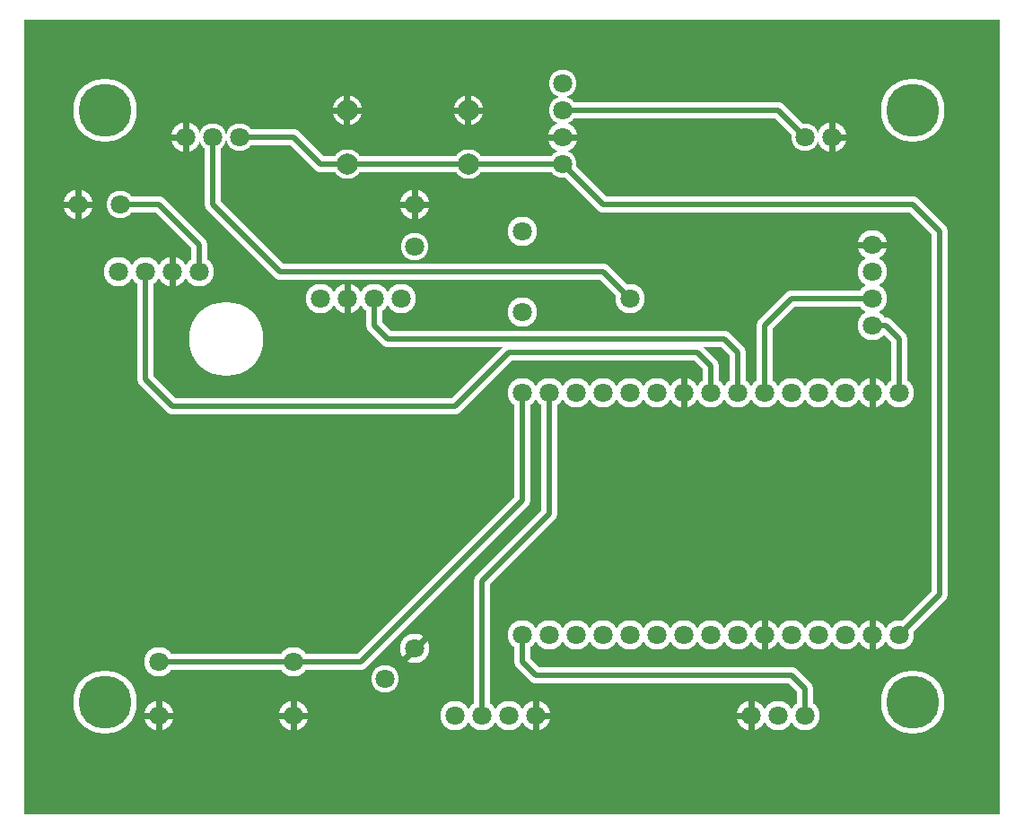
<source format=gbr>
%FSLAX34Y34*%
%MOMM*%
%LNSILK_TOP*%
G71*
G01*
%ADD10C, 2.80*%
%ADD11C, 2.80*%
%ADD12C, 7.00*%
%ADD13C, 6.00*%
%ADD14C, 2.60*%
%ADD15C, 1.50*%
%ADD16C, 2.80*%
%ADD17C, 2.60*%
%ADD18C, 0.60*%
%ADD19C, 1.80*%
%ADD20C, 1.80*%
%ADD21C, 5.00*%
%ADD22C, 0.50*%
%ADD23C, 2.00*%
%ADD24C, 1.80*%
%LPD*%
G36*
X0Y1000000D02*
X920000Y1000000D01*
X920000Y250000D01*
X0Y250000D01*
X0Y1000000D01*
G37*
%LPC*%
X127000Y393700D02*
G54D10*
D03*
X127000Y342900D02*
G54D10*
D03*
X254000Y393700D02*
G54D10*
D03*
X254000Y342900D02*
G54D10*
D03*
X469900Y800100D02*
G54D11*
D03*
X469900Y723900D02*
G54D11*
D03*
X800100Y711200D02*
G54D11*
D03*
X800100Y736600D02*
G54D11*
D03*
X800100Y762000D02*
G54D11*
D03*
X800100Y787400D02*
G54D11*
D03*
X355600Y736600D02*
G54D11*
D03*
X330200Y736600D02*
G54D11*
D03*
X304800Y736600D02*
G54D11*
D03*
X279400Y736600D02*
G54D11*
D03*
X825500Y647700D02*
G54D11*
D03*
X800100Y647700D02*
G54D11*
D03*
X774700Y647700D02*
G54D11*
D03*
X749300Y647700D02*
G54D11*
D03*
X723900Y647700D02*
G54D11*
D03*
X698500Y647700D02*
G54D11*
D03*
X673100Y647700D02*
G54D11*
D03*
X647700Y647700D02*
G54D11*
D03*
X622300Y647700D02*
G54D11*
D03*
X596900Y647700D02*
G54D11*
D03*
X571500Y647700D02*
G54D11*
D03*
X546100Y647700D02*
G54D11*
D03*
X520700Y647700D02*
G54D11*
D03*
X495300Y647700D02*
G54D11*
D03*
X469900Y647700D02*
G54D11*
D03*
X469900Y419100D02*
G54D11*
D03*
X495300Y419100D02*
G54D11*
D03*
X520700Y419100D02*
G54D11*
D03*
X546100Y419100D02*
G54D11*
D03*
X571500Y419100D02*
G54D11*
D03*
X596900Y419100D02*
G54D11*
D03*
X622300Y419100D02*
G54D11*
D03*
X647700Y419100D02*
G54D11*
D03*
X673100Y419100D02*
G54D11*
D03*
X698500Y419100D02*
G54D11*
D03*
X723900Y419100D02*
G54D11*
D03*
X749300Y419100D02*
G54D11*
D03*
X774700Y419100D02*
G54D11*
D03*
X800100Y419100D02*
G54D11*
D03*
X825500Y419100D02*
G54D11*
D03*
X406400Y342900D02*
G54D11*
D03*
X431800Y342900D02*
G54D11*
D03*
X457200Y342900D02*
G54D11*
D03*
X482600Y342900D02*
G54D11*
D03*
X165100Y762000D02*
G54D11*
D03*
X139700Y762000D02*
G54D11*
D03*
X114300Y762000D02*
G54D11*
D03*
X88900Y762000D02*
G54D11*
D03*
X190500Y698500D02*
G54D12*
D03*
X76200Y355600D02*
G54D13*
D03*
X838200Y355600D02*
G54D13*
D03*
X139700Y762000D02*
G54D11*
D03*
X800100Y787400D02*
G54D11*
D03*
X127000Y342900D02*
G54D11*
D03*
X254000Y342900D02*
G54D11*
D03*
X482600Y342900D02*
G54D11*
D03*
X685800Y342900D02*
G54D11*
D03*
X800100Y647700D02*
G54D11*
D03*
X800100Y419100D02*
G54D11*
D03*
X698500Y419100D02*
G54D11*
D03*
X304800Y736600D02*
G54D11*
D03*
X711200Y342900D02*
G54D11*
D03*
X736600Y342900D02*
G54D11*
D03*
X507977Y939856D02*
G54D14*
D03*
X507977Y914456D02*
G54D14*
D03*
X507977Y889056D02*
G54D14*
D03*
X507977Y863656D02*
G54D14*
D03*
X507977Y889056D02*
G54D11*
D03*
X736600Y889000D02*
G54D14*
D03*
X762000Y889000D02*
G54D14*
D03*
G54D15*
X495300Y647700D02*
X495300Y533400D01*
X431800Y469900D01*
X431800Y342900D01*
G54D15*
X469900Y419100D02*
X469900Y393700D01*
X482600Y381000D01*
X723900Y381000D01*
X736600Y368300D01*
X736600Y342900D01*
G54D15*
X127000Y393700D02*
X254000Y393700D01*
G54D15*
X254000Y393700D02*
X317500Y393700D01*
X469900Y546100D01*
X469900Y647700D01*
G54D15*
X114300Y762000D02*
X114300Y660400D01*
X139700Y635000D01*
X406400Y635000D01*
X457200Y685800D01*
X635000Y685800D01*
X647700Y673100D01*
X647700Y647700D01*
G54D15*
X698500Y647700D02*
X698500Y711200D01*
X723900Y736600D01*
X800100Y736600D01*
G54D15*
X330200Y736600D02*
X330200Y711200D01*
X342900Y698500D01*
X660400Y698500D01*
X673100Y685800D01*
X673100Y647700D01*
G54D15*
X800100Y711200D02*
X812800Y711200D01*
X825500Y698500D01*
X825500Y647700D01*
X571500Y736600D02*
G54D11*
D03*
X762000Y889000D02*
G54D11*
D03*
X304600Y914200D02*
G54D16*
D03*
X304600Y863400D02*
G54D16*
D03*
X304600Y914200D02*
G54D11*
D03*
X76200Y914400D02*
G54D13*
D03*
X838200Y914400D02*
G54D13*
D03*
X152400Y889000D02*
G54D14*
D03*
X177800Y889000D02*
G54D14*
D03*
X203200Y889000D02*
G54D14*
D03*
X418900Y914200D02*
G54D16*
D03*
X418900Y863400D02*
G54D16*
D03*
X418900Y914200D02*
G54D11*
D03*
G54D15*
X507977Y863656D02*
X507977Y863623D01*
X546100Y825500D01*
X838200Y825500D01*
X863600Y800100D01*
X863600Y457200D01*
X825500Y419100D01*
G54D15*
X507977Y914456D02*
X711144Y914456D01*
X736600Y889000D01*
G54D15*
X304600Y863400D02*
X507721Y863400D01*
X507977Y863656D01*
G54D15*
X304600Y863400D02*
X279600Y863400D01*
X254000Y889000D01*
X203200Y889000D01*
G54D15*
X571500Y736600D02*
X546100Y762000D01*
X241300Y762000D01*
X177800Y825500D01*
X177800Y889000D01*
X152400Y889000D02*
G54D11*
D03*
X50800Y825500D02*
G54D17*
D03*
X90800Y825500D02*
G54D17*
D03*
G54D15*
X90800Y825500D02*
X127000Y825500D01*
X165100Y787400D01*
X165100Y762000D01*
X50800Y825500D02*
G54D11*
D03*
X368300Y825500D02*
G54D17*
D03*
X368300Y785500D02*
G54D17*
D03*
X368300Y825500D02*
G54D11*
D03*
X368300Y406400D02*
G54D17*
D03*
X340016Y378116D02*
G54D17*
D03*
X368300Y406400D02*
G54D11*
D03*
X622300Y647700D02*
G54D14*
D03*
X622300Y647700D02*
G54D11*
D03*
%LPD*%
G54D18*
G36*
X136700Y762000D02*
X136700Y776500D01*
X142700Y776500D01*
X142700Y762000D01*
X136700Y762000D01*
G37*
G36*
X142700Y762000D02*
X142700Y747500D01*
X136700Y747500D01*
X136700Y762000D01*
X142700Y762000D01*
G37*
G54D18*
G36*
X800100Y790400D02*
X814600Y790400D01*
X814600Y784400D01*
X800100Y784400D01*
X800100Y790400D01*
G37*
G36*
X800100Y784400D02*
X785600Y784400D01*
X785600Y790400D01*
X800100Y790400D01*
X800100Y784400D01*
G37*
G54D18*
G36*
X124000Y342900D02*
X124000Y357400D01*
X130000Y357400D01*
X130000Y342900D01*
X124000Y342900D01*
G37*
G36*
X127000Y345900D02*
X141500Y345900D01*
X141500Y339900D01*
X127000Y339900D01*
X127000Y345900D01*
G37*
G36*
X130000Y342900D02*
X130000Y328400D01*
X124000Y328400D01*
X124000Y342900D01*
X130000Y342900D01*
G37*
G36*
X127000Y339900D02*
X112500Y339900D01*
X112500Y345900D01*
X127000Y345900D01*
X127000Y339900D01*
G37*
G54D18*
G36*
X251000Y342900D02*
X251000Y357400D01*
X257000Y357400D01*
X257000Y342900D01*
X251000Y342900D01*
G37*
G36*
X254000Y345900D02*
X268500Y345900D01*
X268500Y339900D01*
X254000Y339900D01*
X254000Y345900D01*
G37*
G36*
X257000Y342900D02*
X257000Y328400D01*
X251000Y328400D01*
X251000Y342900D01*
X257000Y342900D01*
G37*
G36*
X254000Y339900D02*
X239500Y339900D01*
X239500Y345900D01*
X254000Y345900D01*
X254000Y339900D01*
G37*
G54D18*
G36*
X479600Y342900D02*
X479600Y357400D01*
X485600Y357400D01*
X485600Y342900D01*
X479600Y342900D01*
G37*
G36*
X482600Y345900D02*
X497100Y345900D01*
X497100Y339900D01*
X482600Y339900D01*
X482600Y345900D01*
G37*
G36*
X485600Y342900D02*
X485600Y328400D01*
X479600Y328400D01*
X479600Y342900D01*
X485600Y342900D01*
G37*
G54D18*
G36*
X682800Y342900D02*
X682800Y357400D01*
X688800Y357400D01*
X688800Y342900D01*
X682800Y342900D01*
G37*
G36*
X688800Y342900D02*
X688800Y328400D01*
X682800Y328400D01*
X682800Y342900D01*
X688800Y342900D01*
G37*
G36*
X685800Y339900D02*
X671300Y339900D01*
X671300Y345900D01*
X685800Y345900D01*
X685800Y339900D01*
G37*
G54D18*
G36*
X797100Y647700D02*
X797100Y662200D01*
X803100Y662200D01*
X803100Y647700D01*
X797100Y647700D01*
G37*
G36*
X803100Y647700D02*
X803100Y633200D01*
X797100Y633200D01*
X797100Y647700D01*
X803100Y647700D01*
G37*
G54D18*
G36*
X797100Y419100D02*
X797100Y433600D01*
X803100Y433600D01*
X803100Y419100D01*
X797100Y419100D01*
G37*
G36*
X803100Y419100D02*
X803100Y404600D01*
X797100Y404600D01*
X797100Y419100D01*
X803100Y419100D01*
G37*
G54D18*
G36*
X695500Y419100D02*
X695500Y433600D01*
X701500Y433600D01*
X701500Y419100D01*
X695500Y419100D01*
G37*
G36*
X701500Y419100D02*
X701500Y404600D01*
X695500Y404600D01*
X695500Y419100D01*
X701500Y419100D01*
G37*
G54D18*
G36*
X301800Y736600D02*
X301800Y751100D01*
X307800Y751100D01*
X307800Y736600D01*
X301800Y736600D01*
G37*
G36*
X307800Y736600D02*
X307800Y722100D01*
X301800Y722100D01*
X301800Y736600D01*
X307800Y736600D01*
G37*
G54D18*
G36*
X507977Y886056D02*
X493477Y886056D01*
X493477Y892056D01*
X507977Y892056D01*
X507977Y886056D01*
G37*
G36*
X507977Y892056D02*
X522477Y892056D01*
X522477Y886056D01*
X507977Y886056D01*
X507977Y892056D01*
G37*
G54D18*
G36*
X759000Y889000D02*
X759000Y903500D01*
X765000Y903500D01*
X765000Y889000D01*
X759000Y889000D01*
G37*
G36*
X762000Y892000D02*
X776500Y892000D01*
X776500Y886000D01*
X762000Y886000D01*
X762000Y892000D01*
G37*
G36*
X765000Y889000D02*
X765000Y874500D01*
X759000Y874500D01*
X759000Y889000D01*
X765000Y889000D01*
G37*
G54D18*
G36*
X301600Y914200D02*
X301600Y928700D01*
X307600Y928700D01*
X307600Y914200D01*
X301600Y914200D01*
G37*
G36*
X304600Y917200D02*
X319100Y917200D01*
X319100Y911200D01*
X304600Y911200D01*
X304600Y917200D01*
G37*
G36*
X307600Y914200D02*
X307600Y899700D01*
X301600Y899700D01*
X301600Y914200D01*
X307600Y914200D01*
G37*
G36*
X304600Y911200D02*
X290100Y911200D01*
X290100Y917200D01*
X304600Y917200D01*
X304600Y911200D01*
G37*
G54D18*
G36*
X415900Y914200D02*
X415900Y928700D01*
X421900Y928700D01*
X421900Y914200D01*
X415900Y914200D01*
G37*
G36*
X418900Y917200D02*
X433400Y917200D01*
X433400Y911200D01*
X418900Y911200D01*
X418900Y917200D01*
G37*
G36*
X421900Y914200D02*
X421900Y899700D01*
X415900Y899700D01*
X415900Y914200D01*
X421900Y914200D01*
G37*
G36*
X418900Y911200D02*
X404400Y911200D01*
X404400Y917200D01*
X418900Y917200D01*
X418900Y911200D01*
G37*
G54D18*
G36*
X149400Y889000D02*
X149400Y903500D01*
X155400Y903500D01*
X155400Y889000D01*
X149400Y889000D01*
G37*
G36*
X155400Y889000D02*
X155400Y874500D01*
X149400Y874500D01*
X149400Y889000D01*
X155400Y889000D01*
G37*
G36*
X152400Y886000D02*
X137900Y886000D01*
X137900Y892000D01*
X152400Y892000D01*
X152400Y886000D01*
G37*
G54D18*
G36*
X47800Y825500D02*
X47800Y840000D01*
X53800Y840000D01*
X53800Y825500D01*
X47800Y825500D01*
G37*
G36*
X50800Y828500D02*
X65300Y828500D01*
X65300Y822500D01*
X50800Y822500D01*
X50800Y828500D01*
G37*
G36*
X53800Y825500D02*
X53800Y811000D01*
X47800Y811000D01*
X47800Y825500D01*
X53800Y825500D01*
G37*
G36*
X50800Y822500D02*
X36300Y822500D01*
X36300Y828500D01*
X50800Y828500D01*
X50800Y822500D01*
G37*
G54D18*
G36*
X368300Y828500D02*
X382800Y828500D01*
X382800Y822500D01*
X368300Y822500D01*
X368300Y828500D01*
G37*
G36*
X371300Y825500D02*
X371300Y811000D01*
X365300Y811000D01*
X365300Y825500D01*
X371300Y825500D01*
G37*
G36*
X368300Y822500D02*
X353800Y822500D01*
X353800Y828500D01*
X368300Y828500D01*
X368300Y822500D01*
G37*
G36*
X365300Y825500D02*
X365300Y840000D01*
X371300Y840000D01*
X371300Y825500D01*
X365300Y825500D01*
G37*
G54D18*
G36*
X370421Y404279D02*
X360168Y394026D01*
X355926Y398268D01*
X366179Y408521D01*
X370421Y404279D01*
G37*
G36*
X366179Y408521D02*
X376432Y418774D01*
X380674Y414532D01*
X370421Y404279D01*
X366179Y408521D01*
G37*
G54D18*
G36*
X619300Y647700D02*
X619300Y662200D01*
X625300Y662200D01*
X625300Y647700D01*
X619300Y647700D01*
G37*
G36*
X625300Y647700D02*
X625300Y633200D01*
X619300Y633200D01*
X619300Y647700D01*
X625300Y647700D01*
G37*
X127000Y393700D02*
G54D19*
D03*
X127000Y342900D02*
G54D19*
D03*
X254000Y393700D02*
G54D19*
D03*
X254000Y342900D02*
G54D19*
D03*
X469900Y800100D02*
G54D20*
D03*
X469900Y723900D02*
G54D20*
D03*
X800100Y711200D02*
G54D20*
D03*
X800100Y736600D02*
G54D20*
D03*
X800100Y762000D02*
G54D20*
D03*
X800100Y787400D02*
G54D20*
D03*
X355600Y736600D02*
G54D20*
D03*
X330200Y736600D02*
G54D20*
D03*
X304800Y736600D02*
G54D20*
D03*
X279400Y736600D02*
G54D20*
D03*
X825500Y647700D02*
G54D20*
D03*
X800100Y647700D02*
G54D20*
D03*
X774700Y647700D02*
G54D20*
D03*
X749300Y647700D02*
G54D20*
D03*
X723900Y647700D02*
G54D20*
D03*
X698500Y647700D02*
G54D20*
D03*
X673100Y647700D02*
G54D20*
D03*
X647700Y647700D02*
G54D20*
D03*
X622300Y647700D02*
G54D20*
D03*
X596900Y647700D02*
G54D20*
D03*
X571500Y647700D02*
G54D20*
D03*
X546100Y647700D02*
G54D20*
D03*
X520700Y647700D02*
G54D20*
D03*
X495300Y647700D02*
G54D20*
D03*
X469900Y647700D02*
G54D20*
D03*
X469900Y419100D02*
G54D20*
D03*
X495300Y419100D02*
G54D20*
D03*
X520700Y419100D02*
G54D20*
D03*
X546100Y419100D02*
G54D20*
D03*
X571500Y419100D02*
G54D20*
D03*
X596900Y419100D02*
G54D20*
D03*
X622300Y419100D02*
G54D20*
D03*
X647700Y419100D02*
G54D20*
D03*
X673100Y419100D02*
G54D20*
D03*
X698500Y419100D02*
G54D20*
D03*
X723900Y419100D02*
G54D20*
D03*
X749300Y419100D02*
G54D20*
D03*
X774700Y419100D02*
G54D20*
D03*
X800100Y419100D02*
G54D20*
D03*
X825500Y419100D02*
G54D20*
D03*
X406400Y342900D02*
G54D20*
D03*
X431800Y342900D02*
G54D20*
D03*
X457200Y342900D02*
G54D20*
D03*
X482600Y342900D02*
G54D20*
D03*
X165100Y762000D02*
G54D20*
D03*
X139700Y762000D02*
G54D20*
D03*
X114300Y762000D02*
G54D20*
D03*
X88900Y762000D02*
G54D20*
D03*
X76200Y355600D02*
G54D21*
D03*
X838200Y355600D02*
G54D21*
D03*
X139700Y762000D02*
G54D20*
D03*
X800100Y787400D02*
G54D20*
D03*
X127000Y342900D02*
G54D20*
D03*
X254000Y342900D02*
G54D20*
D03*
X482600Y342900D02*
G54D20*
D03*
X685800Y342900D02*
G54D20*
D03*
X800100Y647700D02*
G54D20*
D03*
X800100Y419100D02*
G54D20*
D03*
X698500Y419100D02*
G54D20*
D03*
X304800Y736600D02*
G54D20*
D03*
X711200Y342900D02*
G54D20*
D03*
X736600Y342900D02*
G54D20*
D03*
X507977Y939856D02*
G54D20*
D03*
X507977Y914456D02*
G54D20*
D03*
X507977Y889056D02*
G54D20*
D03*
X507977Y863656D02*
G54D20*
D03*
X507977Y889056D02*
G54D20*
D03*
X736600Y889000D02*
G54D20*
D03*
X762000Y889000D02*
G54D20*
D03*
G54D22*
X495300Y647700D02*
X495300Y533400D01*
X431800Y469900D01*
X431800Y342900D01*
G54D22*
X469900Y419100D02*
X469900Y393700D01*
X482600Y381000D01*
X723900Y381000D01*
X736600Y368300D01*
X736600Y342900D01*
G54D22*
X127000Y393700D02*
X254000Y393700D01*
G54D22*
X254000Y393700D02*
X317500Y393700D01*
X469900Y546100D01*
X469900Y647700D01*
G54D22*
X114300Y762000D02*
X114300Y660400D01*
X139700Y635000D01*
X406400Y635000D01*
X457200Y685800D01*
X635000Y685800D01*
X647700Y673100D01*
X647700Y647700D01*
G54D22*
X698500Y647700D02*
X698500Y711200D01*
X723900Y736600D01*
X800100Y736600D01*
G54D22*
X330200Y736600D02*
X330200Y711200D01*
X342900Y698500D01*
X660400Y698500D01*
X673100Y685800D01*
X673100Y647700D01*
G54D22*
X800100Y711200D02*
X812800Y711200D01*
X825500Y698500D01*
X825500Y647700D01*
X571500Y736600D02*
G54D20*
D03*
X762000Y889000D02*
G54D20*
D03*
X304600Y914200D02*
G54D23*
D03*
X304600Y863400D02*
G54D23*
D03*
X304600Y914200D02*
G54D20*
D03*
X76200Y914400D02*
G54D21*
D03*
X838200Y914400D02*
G54D21*
D03*
X152400Y889000D02*
G54D20*
D03*
X177800Y889000D02*
G54D20*
D03*
X203200Y889000D02*
G54D20*
D03*
X418900Y914200D02*
G54D23*
D03*
X418900Y863400D02*
G54D23*
D03*
X418900Y914200D02*
G54D20*
D03*
G54D22*
X507977Y863656D02*
X507977Y863623D01*
X546100Y825500D01*
X838200Y825500D01*
X863600Y800100D01*
X863600Y457200D01*
X825500Y419100D01*
G54D22*
X507977Y914456D02*
X711144Y914456D01*
X736600Y889000D01*
G54D22*
X304600Y863400D02*
X507721Y863400D01*
X507977Y863656D01*
G54D22*
X304600Y863400D02*
X279600Y863400D01*
X254000Y889000D01*
X203200Y889000D01*
G54D22*
X571500Y736600D02*
X546100Y762000D01*
X241300Y762000D01*
X177800Y825500D01*
X177800Y889000D01*
X152400Y889000D02*
G54D20*
D03*
X50800Y825500D02*
G54D24*
D03*
X90800Y825500D02*
G54D24*
D03*
G54D22*
X90800Y825500D02*
X127000Y825500D01*
X165100Y787400D01*
X165100Y762000D01*
X50800Y825500D02*
G54D20*
D03*
X368300Y825500D02*
G54D24*
D03*
X368300Y785500D02*
G54D24*
D03*
X368300Y825500D02*
G54D20*
D03*
X368300Y406400D02*
G54D24*
D03*
X340016Y378116D02*
G54D24*
D03*
X368300Y406400D02*
G54D20*
D03*
X622300Y647700D02*
G54D20*
D03*
X622300Y647700D02*
G54D20*
D03*
M02*

</source>
